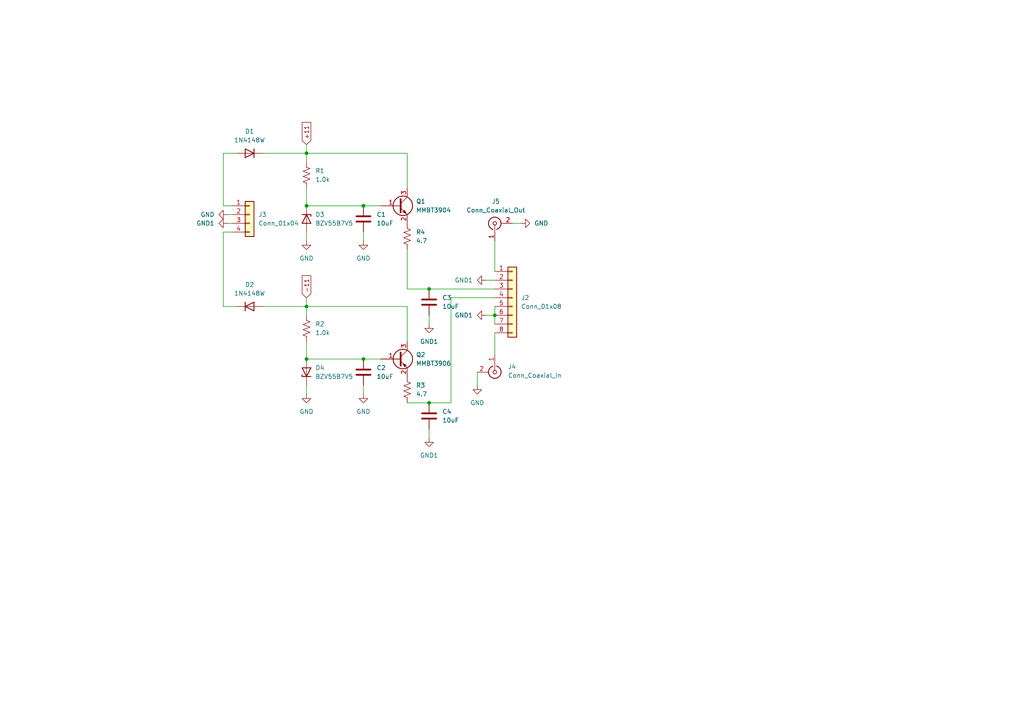
<source format=kicad_sch>
(kicad_sch (version 20230121) (generator eeschema)
  (paper "A4")
  (lib_symbols
    (symbol "Connector:Conn_Coaxial" (pin_names (offset 1.016) hide)
      (property "Reference" "J" (at 0.254 3.048 0))
      (property "Value" "Conn_Coaxial" (at 2.921 0 90))
      (symbol "Conn_Coaxial_0_1"
        (arc (start -1.778 -0.508) (mid 0.2311 -1.8066) (end 1.778 0) (stroke (width 0.254)))
        (polyline (pts (xy -2.54 0) (xy -0.508 0)))
        (polyline (pts (xy 0 -2.54) (xy 0 -1.778)))
        (circle (center 0 0) (radius 0.508) (stroke (width 0.2032)))
        (arc (start 1.778 0) (mid 0.2099 1.8101) (end -1.778 0.508) (stroke (width 0.254)))
      )
      (symbol "Conn_Coaxial_1_1"
        (pin passive line (at -5.08 0 0) (length 2.54) (name "In") (number "1"))
        (pin passive line (at 0 -5.08 90) (length 2.54) (name "Ext") (number "2"))
      )
    )
    (symbol "Connector_Generic:Conn_01x04" (pin_names (offset 1.016) hide)
      (property "Reference" "J" (at 0 5.08 0))
      (property "Value" "Conn_01x04" (at 0 -7.62 0))
      (symbol "Conn_01x04_1_1"
        (rectangle (start -1.27 -4.953) (end 0 -5.207) (stroke (width 0.1524)))
        (rectangle (start -1.27 -2.413) (end 0 -2.667) (stroke (width 0.1524)))
        (rectangle (start -1.27 0.127) (end 0 -0.127) (stroke (width 0.1524)))
        (rectangle (start -1.27 2.667) (end 0 2.413) (stroke (width 0.1524)))
        (rectangle (start -1.27 3.81) (end 1.27 -6.35) (stroke (width 0.254)) (fill (type background)))
        (pin passive line (at -5.08 2.54 0) (length 3.81) (name "Pin_1") (number "1"))
        (pin passive line (at -5.08 0 0) (length 3.81) (name "Pin_2") (number "2"))
        (pin passive line (at -5.08 -2.54 0) (length 3.81) (name "Pin_3") (number "3"))
        (pin passive line (at -5.08 -5.08 0) (length 3.81) (name "Pin_4") (number "4"))
      )
    )
    (symbol "Connector_Generic:Conn_01x08" (pin_names (offset 1.016) hide)
      (property "Reference" "J2" (at 2.54 0 0))
      (property "Value" "Conn_01x08" (at 2.54 -2.54 0))
      (symbol "Conn_01x08_1_1"
        (rectangle (start -1.27 -10.033) (end 0 -10.287) (stroke (width 0.1524)))
        (rectangle (start -1.27 -7.493) (end 0 -7.747) (stroke (width 0.1524)))
        (rectangle (start -1.27 -4.953) (end 0 -5.207) (stroke (width 0.1524)))
        (rectangle (start -1.27 -2.413) (end 0 -2.667) (stroke (width 0.1524)))
        (rectangle (start -1.27 0.127) (end 0 -0.127) (stroke (width 0.1524)))
        (rectangle (start -1.27 2.667) (end 0 2.413) (stroke (width 0.1524)))
        (rectangle (start -1.27 5.207) (end 0 4.953) (stroke (width 0.1524)))
        (rectangle (start -1.27 7.747) (end 0 7.493) (stroke (width 0.1524)))
        (rectangle (start -1.27 8.89) (end 1.27 -11.43) (stroke (width 0.254)) (fill (type background)))
        (pin output line (at -5.08 7.62 0) (length 3.81) (name "Output") (number "1"))
        (pin passive line (at -5.08 5.08 0) (length 3.81) (name "GND") (number "2"))
        (pin power_in line (at -5.08 2.54 0) (length 3.81) (name "Pin_3") (number "3"))
        (pin power_in line (at -5.08 0 0) (length 3.81) (name "Pin_4") (number "4"))
        (pin passive line (at -5.08 -2.54 0) (length 3.81) (name "Pin_5") (number "5"))
        (pin passive line (at -5.08 -5.08 0) (length 3.81) (name "Pin_6") (number "6"))
        (pin passive line (at -5.08 -7.62 0) (length 3.81) (name "Pin_7") (number "7"))
        (pin input line (at -5.08 -10.16 0) (length 3.81) (name "Input") (number "8"))
      )
    )
    (symbol "Device:C" (pin_numbers hide) (pin_names (offset 0.254))
      (property "Reference" "C" (at 0.635 2.54 0))
      (property "Value" "C" (at 0.635 -2.54 0))
      (symbol "C_0_1"
        (polyline (pts (xy -2.032 -0.762) (xy 2.032 -0.762)) (stroke (width 0.508)))
        (polyline (pts (xy -2.032 0.762) (xy 2.032 0.762)) (stroke (width 0.508)))
      )
      (symbol "C_1_1"
        (pin passive line (at 0 3.81 270) (length 2.794) (name "~") (number "1"))
        (pin passive line (at 0 -3.81 90) (length 2.794) (name "~") (number "2"))
      )
    )
    (symbol "Device:R_US" (pin_numbers hide) (pin_names (offset 0))
      (property "Reference" "R" (at 2.54 0 90))
      (property "Value" "R_US" (at -2.54 0 90))
      (symbol "R_US_0_1"
        (polyline (pts (xy 0 -2.286) (xy 0 -2.54)))
        (polyline (pts (xy 0 2.286) (xy 0 2.54)))
        (polyline (pts (xy 0 -0.762) (xy 1.016 -1.143) (xy 0 -1.524) (xy -1.016 -1.905) (xy 0 -2.286)))
        (polyline (pts (xy 0 0.762) (xy 1.016 0.381) (xy 0 0) (xy -1.016 -0.381) (xy 0 -0.762)))
        (polyline (pts (xy 0 2.286) (xy 1.016 1.905) (xy 0 1.524) (xy -1.016 1.143) (xy 0 0.762)))
      )
      (symbol "R_US_1_1"
        (pin passive line (at 0 3.81 270) (length 1.27) (name "~") (number "1"))
        (pin passive line (at 0 -3.81 90) (length 1.27) (name "~") (number "2"))
      )
    )
    (symbol "Diode:1N4148W" (pin_numbers hide) (pin_names hide)
      (property "Reference" "D" (at 0 2.54 0))
      (property "Value" "1N4148W" (at 0 -2.54 0))
      (symbol "1N4148W_0_1"
        (polyline (pts (xy -1.27 1.27) (xy -1.27 -1.27)) (stroke (width 0.254)))
        (polyline (pts (xy 1.27 0) (xy -1.27 0)))
        (polyline (pts (xy 1.27 1.27) (xy 1.27 -1.27) (xy -1.27 0) (xy 1.27 1.27)) (stroke (width 0.254)))
      )
      (symbol "1N4148W_1_1"
        (pin passive line (at -3.81 0 0) (length 2.54) (name "K") (number "1"))
        (pin passive line (at 3.81 0 180) (length 2.54) (name "A") (number "2"))
      )
    )
    (symbol "Diode:BZV55B7V5" (pin_numbers hide) (pin_names hide)
      (property "Reference" "D" (at 0 2.54 0))
      (property "Value" "BZV55B7V5" (at 0 -2.54 0))
      (symbol "BZV55B7V5_0_1"
        (polyline (pts (xy 1.27 0) (xy -1.27 0)))
        (polyline (pts (xy -1.27 -1.27) (xy -1.27 1.27) (xy -0.762 1.27)) (stroke (width 0.254)))
        (polyline (pts (xy 1.27 -1.27) (xy 1.27 1.27) (xy -1.27 0) (xy 1.27 -1.27)) (stroke (width 0.254)))
      )
      (symbol "BZV55B7V5_1_1"
        (pin passive line (at -3.81 0 0) (length 2.54) (name "K") (number "1"))
        (pin passive line (at 3.81 0 180) (length 2.54) (name "A") (number "2"))
      )
    )
    (symbol "Transistor_BJT:MMBT3904" (pin_names (offset 0) hide)
      (property "Reference" "Q" (at 5.08 1.905 0))
      (property "Value" "MMBT3904" (at 5.08 0 0))
      (symbol "MMBT3904_0_1"
        (polyline (pts (xy 0.635 0.635) (xy 2.54 2.54)))
        (polyline (pts (xy 0.635 -0.635) (xy 2.54 -2.54) (xy 2.54 -2.54)))
        (polyline (pts (xy 0.635 1.905) (xy 0.635 -1.905) (xy 0.635 -1.905)) (stroke (width 0.508)))
        (polyline (pts (xy 1.27 -1.778) (xy 1.778 -1.27) (xy 2.286 -2.286) (xy 1.27 -1.778) (xy 1.27 -1.778)) (fill (type outline)))
        (circle (center 1.27 0) (radius 2.8194) (stroke (width 0.254)))
      )
      (symbol "MMBT3904_1_1"
        (pin input line (at -5.08 0 0) (length 5.715) (name "B") (number "1"))
        (pin passive line (at 2.54 -5.08 90) (length 2.54) (name "E") (number "2"))
        (pin passive line (at 2.54 5.08 270) (length 2.54) (name "C") (number "3"))
      )
    )
    (symbol "Transistor_BJT:MMBT3906" (pin_names (offset 0) hide)
      (property "Reference" "Q" (at 5.08 1.905 0))
      (property "Value" "MMBT3906" (at 5.08 0 0))
      (symbol "MMBT3906_0_1"
        (polyline (pts (xy 0.635 0.635) (xy 2.54 2.54)))
        (polyline (pts (xy 0.635 -0.635) (xy 2.54 -2.54) (xy 2.54 -2.54)))
        (polyline (pts (xy 0.635 1.905) (xy 0.635 -1.905) (xy 0.635 -1.905)) (stroke (width 0.508)))
        (polyline (pts (xy 2.286 -1.778) (xy 1.778 -2.286) (xy 1.27 -1.27) (xy 2.286 -1.778) (xy 2.286 -1.778)) (fill (type outline)))
        (circle (center 1.27 0) (radius 2.8194) (stroke (width 0.254)))
      )
      (symbol "MMBT3906_1_1"
        (pin input line (at -5.08 0 0) (length 5.715) (name "B") (number "1"))
        (pin passive line (at 2.54 -5.08 90) (length 2.54) (name "E") (number "2"))
        (pin passive line (at 2.54 5.08 270) (length 2.54) (name "C") (number "3"))
      )
    )
    (symbol "power:GND" (power) (pin_names (offset 0))
      (property "Value" "GND" (at 0 -3.81 0))
      (symbol "GND_0_1"
        (polyline (pts (xy 0 0) (xy 0 -1.27) (xy 1.27 -1.27) (xy 0 -2.54) (xy -1.27 -1.27) (xy 0 -1.27)))
      )
      (symbol "GND_1_1"
        (pin power_in line (at 0 0 270) (length 0) hide (name "GND") (number "1"))
      )
    )
    (symbol "power:GND1" (power) (pin_names (offset 0))
      (property "Value" "GND1" (at 0 -3.81 0))
      (symbol "GND1_0_1"
        (polyline (pts (xy 0 0) (xy 0 -1.27) (xy 1.27 -1.27) (xy 0 -2.54) (xy -1.27 -1.27) (xy 0 -1.27)))
      )
      (symbol "GND1_1_1"
        (pin power_in line (at 0 0 270) (length 0) hide (name "GND1") (number "1"))
      )
    )
  )
  (junction (at 88.9 88.9))
  (junction (at 88.9 44.45))
  (junction (at 105.41 104.14))
  (junction (at 88.9 104.14))
  (junction (at 105.41 59.69))
  (junction (at 88.9 59.69))
  (junction (at 124.46 83.82))
  (junction (at 124.46 116.84))
  (junction (at 143.51 91.44))
  (wire (pts (xy 143.51 96.52) (xy 143.51 102.87)))
  (wire (pts (xy 118.11 83.82) (xy 124.46 83.82)))
  (wire (pts (xy 118.11 72.39) (xy 118.11 83.82)))
  (wire (pts (xy 88.9 99.06) (xy 88.9 104.14)))
  (wire (pts (xy 88.9 46.99) (xy 88.9 44.45)))
  (wire (pts (xy 143.51 88.9) (xy 143.51 91.44)))
  (wire (pts (xy 64.77 59.69) (xy 67.31 59.69)))
  (wire (pts (xy 66.04 64.77) (xy 67.31 64.77)))
  (wire (pts (xy 124.46 127) (xy 124.46 124.46)))
  (wire (pts (xy 66.04 62.23) (xy 67.31 62.23)))
  (wire (pts (xy 138.43 107.95) (xy 138.43 111.76)))
  (wire (pts (xy 88.9 88.9) (xy 88.9 91.44)))
  (wire (pts (xy 143.51 69.85) (xy 143.51 78.74)))
  (wire (pts (xy 130.81 86.36) (xy 143.51 86.36)))
  (wire (pts (xy 64.77 88.9) (xy 64.77 67.31)))
  (wire (pts (xy 88.9 54.61) (xy 88.9 59.69)))
  (wire (pts (xy 124.46 83.82) (xy 143.51 83.82)))
  (wire (pts (xy 148.59 64.77) (xy 151.13 64.77)))
  (wire (pts (xy 118.11 116.84) (xy 124.46 116.84)))
  (wire (pts (xy 118.11 88.9) (xy 118.11 99.06)))
  (wire (pts (xy 143.51 91.44) (xy 143.51 93.98)))
  (wire (pts (xy 64.77 44.45) (xy 64.77 59.69)))
  (wire (pts (xy 105.41 59.69) (xy 110.49 59.69)))
  (wire (pts (xy 88.9 59.69) (xy 105.41 59.69)))
  (wire (pts (xy 64.77 44.45) (xy 68.58 44.45)))
  (wire (pts (xy 88.9 88.9) (xy 118.11 88.9)))
  (wire (pts (xy 118.11 54.61) (xy 118.11 44.45)))
  (wire (pts (xy 88.9 114.3) (xy 88.9 111.76)))
  (wire (pts (xy 76.2 44.45) (xy 88.9 44.45)))
  (wire (pts (xy 68.58 88.9) (xy 64.77 88.9)))
  (wire (pts (xy 118.11 44.45) (xy 88.9 44.45)))
  (wire (pts (xy 105.41 104.14) (xy 110.49 104.14)))
  (wire (pts (xy 105.41 114.3) (xy 105.41 111.76)))
  (wire (pts (xy 105.41 69.85) (xy 105.41 67.31)))
  (wire (pts (xy 140.97 91.44) (xy 143.51 91.44)))
  (wire (pts (xy 124.46 116.84) (xy 130.81 116.84)))
  (wire (pts (xy 88.9 104.14) (xy 105.41 104.14)))
  (wire (pts (xy 88.9 69.85) (xy 88.9 67.31)))
  (wire (pts (xy 88.9 44.45) (xy 88.9 41.91)))
  (wire (pts (xy 124.46 93.98) (xy 124.46 91.44)))
  (wire (pts (xy 76.2 88.9) (xy 88.9 88.9)))
  (wire (pts (xy 130.81 116.84) (xy 130.81 86.36)))
  (wire (pts (xy 64.77 67.31) (xy 67.31 67.31)))
  (wire (pts (xy 140.97 81.28) (xy 143.51 81.28)))
  (wire (pts (xy 88.9 86.36) (xy 88.9 88.9)))
  (global_label "-11" (shape input) (at 88.9 86.36 90) (property "Intersheetrefs" "${INTERSHEET_REFS}" (effects hide)))
  (global_label "+11" (shape input) (at 88.9 41.91 90) (property "Intersheetrefs" "${INTERSHEET_REFS}" (effects hide)))
  (symbol (lib_id "Connector:Conn_Coaxial") (at 143.51 107.95 270) (unit 1)
    (property "Reference" "J4" (at 147.32 106.3625 90) (effects (justify left)))
    (property "Value" "Conn_Coaxial_In" (at 147.32 108.9025 90) (effects (justify left)))
    (property "Footprint" "Connector_Coaxial:SMA_Amphenol_901-144_Vertical" (effects hide))
    (property "Datasheet" " ~" (effects hide))
  )
  (symbol (lib_id "power:GND") (at 66.04 62.23 270) (unit 1)
    (property "Reference" "#PWR05" (effects hide))
    (property "Value" "GND" (at 62.23 62.23 90) (effects (justify right)))
  )
  (symbol (lib_id "Transistor_BJT:MMBT3906") (at 115.57 104.14 0) (unit 1)
    (property "Reference" "Q2" (at 120.65 102.87 0) (effects (justify left)))
    (property "Value" "MMBT3906" (at 120.65 105.41 0) (effects (justify left)))
    (property "Footprint" "Package_TO_SOT_SMD:SOT-23" (effects hide))
    (property "Datasheet" "https://www.onsemi.com/pub/Collateral/2N3906-D.PDF" (effects hide))
  )
  (symbol (lib_id "power:GND") (at 105.41 69.85 0) (unit 1)
    (property "Reference" "#PWR02" (effects hide))
    (property "Value" "GND" (at 105.41 74.93 0))
  )
  (symbol (lib_id "Device:R_US") (at 118.11 113.03 0) (unit 1)
    (property "Reference" "R3" (at 120.65 111.76 0) (effects (justify left)))
    (property "Value" "4.7" (at 120.65 114.3 0) (effects (justify left)))
    (property "Footprint" "Resistor_SMD:R_1206_3216Metric_Pad1.30x1.75mm_HandSolder" (effects hide))
  )
  (symbol (lib_id "power:GND1") (at 124.46 127 0) (unit 1)
    (property "Reference" "#PWR011" (effects hide))
    (property "Value" "GND1" (at 124.46 132.08 0))
  )
  (symbol (lib_id "Device:R_US") (at 88.9 95.25 0) (unit 1)
    (property "Reference" "R2" (at 91.44 93.98 0) (effects (justify left)))
    (property "Value" "1.0k" (at 91.44 96.52 0) (effects (justify left)))
    (property "Footprint" "Resistor_SMD:R_1206_3216Metric_Pad1.30x1.75mm_HandSolder" (effects hide))
  )
  (symbol (lib_id "power:GND") (at 88.9 114.3 0) (unit 1)
    (property "Reference" "#PWR04" (effects hide))
    (property "Value" "GND" (at 88.9 119.38 0))
  )
  (symbol (lib_id "power:GND") (at 105.41 114.3 0) (unit 1)
    (property "Reference" "#PWR03" (effects hide))
    (property "Value" "GND" (at 105.41 119.38 0))
  )
  (symbol (lib_id "Connector_Generic:Conn_01x08") (at 148.59 86.36 0) (unit 1)
    (property "Reference" "J2" (at 151.13 86.36 0) (effects (justify left)))
    (property "Value" "Conn_01x08" (at 151.13 88.9 0) (effects (justify left)))
    (property "Footprint" "Connector_PinSocket_2.54mm:PinSocket_1x08_P2.54mm_Vertical" (effects hide))
  )
  (symbol (lib_id "Device:C") (at 105.41 63.5 0) (unit 1)
    (property "Reference" "C1" (at 109.22 62.23 0) (effects (justify left)))
    (property "Value" "10uF" (at 109.22 64.77 0) (effects (justify left)))
    (property "Footprint" "Capacitor_SMD:C_1206_3216Metric_Pad1.33x1.80mm_HandSolder" (effects hide))
    (property "Datasheet" "  (symbol \"Diode:BZV55B7V5\" (pin_numbers hide) (pin_names hide) (in_bom yes) (on_board yes)" (effects hide))
  )
  (symbol (lib_id "Device:C") (at 124.46 87.63 0) (unit 1)
    (property "Reference" "C3" (at 128.27 86.36 0) (effects (justify left)))
    (property "Value" "10uF" (at 128.27 88.9 0) (effects (justify left)))
    (property "Footprint" "Capacitor_SMD:C_1206_3216Metric_Pad1.33x1.80mm_HandSolder" (effects hide))
    (property "Datasheet" "  (symbol \"Diode:BZV55B7V5\" (pin_numbers hide) (pin_names hide) (in_bom yes) (on_board yes)" (effects hide))
  )
  (symbol (lib_id "power:GND1") (at 140.97 91.44 270) (unit 1)
    (property "Reference" "#PWR07" (effects hide))
    (property "Value" "GND1" (at 137.16 91.44 90) (effects (justify right)))
  )
  (symbol (lib_id "Connector_Generic:Conn_01x04") (at 72.39 62.23 0) (unit 1)
    (property "Reference" "J3" (at 74.93 62.23 0) (effects (justify left)))
    (property "Value" "Conn_01x04" (at 74.93 64.77 0) (effects (justify left)))
    (property "Footprint" "Connector_PinSocket_2.54mm:PinSocket_1x04_P2.54mm_Vertical" (effects hide))
  )
  (symbol (lib_id "Device:R_US") (at 88.9 50.8 0) (unit 1)
    (property "Reference" "R1" (at 91.44 49.53 0) (effects (justify left)))
    (property "Value" "1.0k" (at 91.44 52.07 0) (effects (justify left)))
    (property "Footprint" "Resistor_SMD:R_1206_3216Metric_Pad1.30x1.75mm_HandSolder" (effects hide))
  )
  (symbol (lib_id "Device:C") (at 105.41 107.95 0) (unit 1)
    (property "Reference" "C2" (at 109.22 106.68 0) (effects (justify left)))
    (property "Value" "10uF" (at 109.22 109.22 0) (effects (justify left)))
    (property "Footprint" "Capacitor_SMD:C_1206_3216Metric_Pad1.33x1.80mm_HandSolder" (effects hide))
    (property "Datasheet" "  (symbol \"Diode:BZV55B7V5\" (pin_numbers hide) (pin_names hide) (in_bom yes) (on_board yes)" (effects hide))
  )
  (symbol (lib_id "power:GND1") (at 66.04 64.77 270) (unit 1)
    (property "Reference" "#PWR010" (effects hide))
    (property "Value" "GND1" (at 62.23 64.77 90) (effects (justify right)))
  )
  (symbol (lib_id "power:GND1") (at 140.97 81.28 270) (unit 1)
    (property "Reference" "#PWR06" (effects hide))
    (property "Value" "GND1" (at 137.16 81.28 90) (effects (justify right)))
  )
  (symbol (lib_id "Diode:1N4148W") (at 72.39 88.9 0) (unit 1)
    (property "Reference" "D2" (at 72.39 82.55 0))
    (property "Value" "1N4148W" (at 72.39 85.09 0))
    (property "Footprint" "Diode_SMD:D_SOD-123" (effects hide))
    (property "Datasheet" "https://www.vishay.com/docs/85748/1n4148w.pdf" (effects hide))
    (property "Sim.Device" "D" (effects hide))
    (property "Sim.Pins" "1=K 2=A" (effects hide))
  )
  (symbol (lib_id "Device:R_US") (at 118.11 68.58 0) (unit 1)
    (property "Reference" "R4" (at 120.65 67.31 0) (effects (justify left)))
    (property "Value" "4.7" (at 120.65 69.85 0) (effects (justify left)))
    (property "Footprint" "Resistor_SMD:R_1206_3216Metric_Pad1.30x1.75mm_HandSolder" (effects hide))
  )
  (symbol (lib_id "Diode:1N4148W") (at 72.39 44.45 180) (unit 1)
    (property "Reference" "D1" (at 72.39 38.1 0))
    (property "Value" "1N4148W" (at 72.39 40.64 0))
    (property "Footprint" "Diode_SMD:D_SOD-123" (effects hide))
    (property "Datasheet" "https://www.vishay.com/docs/85748/1n4148w.pdf" (effects hide))
    (property "Sim.Device" "D" (effects hide))
    (property "Sim.Pins" "1=K 2=A" (effects hide))
  )
  (symbol (lib_id "Connector:Conn_Coaxial") (at 143.51 64.77 90) (unit 1)
    (property "Reference" "J5" (at 143.8032 58.42 90))
    (property "Value" "Conn_Coaxial_Out" (at 143.8032 60.96 90))
    (property "Footprint" "Connector_Coaxial:SMA_Amphenol_901-144_Vertical" (effects hide))
    (property "Datasheet" " ~" (effects hide))
  )
  (symbol (lib_id "power:GND1") (at 124.46 93.98 0) (unit 1)
    (property "Reference" "#PWR012" (effects hide))
    (property "Value" "GND1" (at 124.46 99.06 0))
  )
  (symbol (lib_id "Transistor_BJT:MMBT3904") (at 115.57 59.69 0) (unit 1)
    (property "Reference" "Q1" (at 120.65 58.42 0) (effects (justify left)))
    (property "Value" "MMBT3904" (at 120.65 60.96 0) (effects (justify left)))
    (property "Footprint" "Package_TO_SOT_SMD:SOT-23" (effects hide))
    (property "Datasheet" "https://www.onsemi.com/pub/Collateral/2N3903-D.PDF" (effects hide))
  )
  (symbol (lib_id "Device:C") (at 124.46 120.65 0) (unit 1)
    (property "Reference" "C4" (at 128.27 119.38 0) (effects (justify left)))
    (property "Value" "10uF" (at 128.27 121.92 0) (effects (justify left)))
    (property "Footprint" "Capacitor_SMD:C_1206_3216Metric_Pad1.33x1.80mm_HandSolder" (effects hide))
    (property "Datasheet" "  (symbol \"Diode:BZV55B7V5\" (pin_numbers hide) (pin_names hide) (in_bom yes) (on_board yes)" (effects hide))
  )
  (symbol (lib_id "power:GND") (at 151.13 64.77 90) (unit 1)
    (property "Reference" "#PWR09" (effects hide))
    (property "Value" "GND" (at 154.94 64.77 90) (effects (justify right)))
  )
  (symbol (lib_id "power:GND") (at 138.43 111.76 0) (unit 1)
    (property "Reference" "#PWR08" (effects hide))
    (property "Value" "GND" (at 138.43 116.84 0))
  )
  (symbol (lib_id "Diode:BZV55B7V5") (at 88.9 107.95 90) (unit 1)
    (property "Reference" "D4" (at 91.44 106.68 90) (effects (justify right)))
    (property "Value" "BZV55B7V5" (at 91.44 109.22 90) (effects (justify right)))
    (property "Footprint" "Diode_SMD:D_MiniMELF" (effects hide))
    (property "Datasheet" "https://assets.nexperia.com/documents/data-sheet/BZV55_SER.pdf" (effects hide))
  )
  (symbol (lib_id "Diode:BZV55B7V5") (at 88.9 63.5 270) (unit 1)
    (property "Reference" "D3" (at 91.44 62.23 90) (effects (justify left)))
    (property "Value" "BZV55B7V5" (at 91.44 64.77 90) (effects (justify left)))
    (property "Footprint" "Diode_SMD:D_MiniMELF" (effects hide))
    (property "Datasheet" "https://assets.nexperia.com/documents/data-sheet/BZV55_SER.pdf" (effects hide))
  )
  (symbol (lib_id "power:GND") (at 88.9 69.85 0) (unit 1)
    (property "Reference" "#PWR01" (effects hide))
    (property "Value" "GND" (at 88.9 74.93 0))
  )
)
</source>
